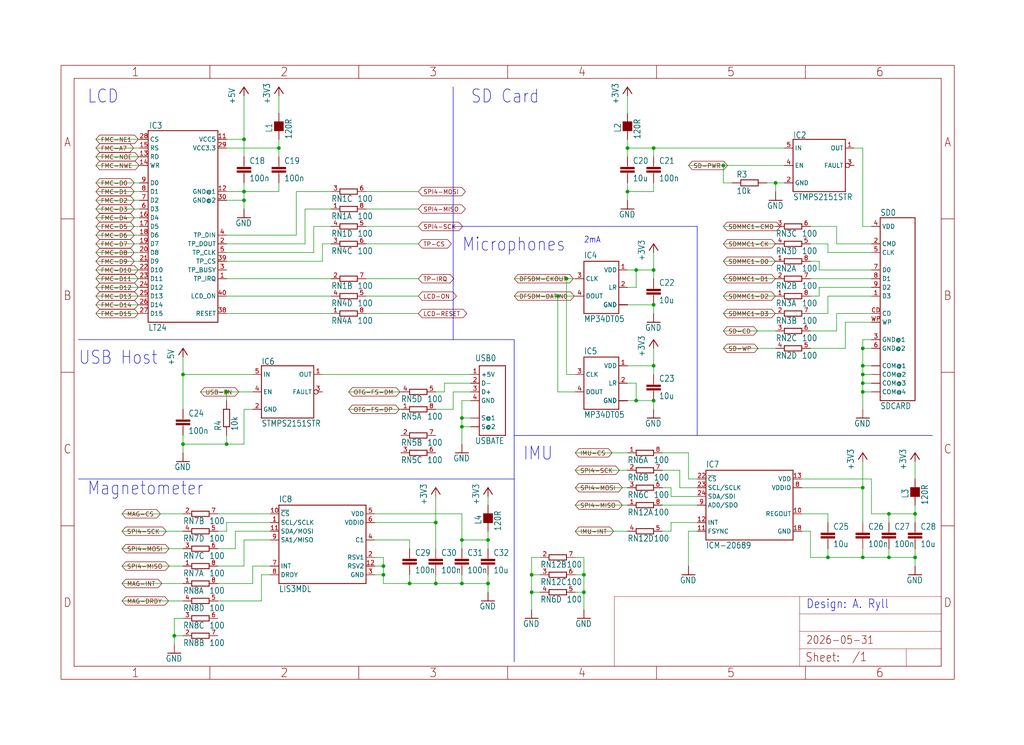
<source format=kicad_sch>
(kicad_sch (version 20231120) (generator "eeschema") (generator_version "8.0")
  (paper "User" 298.45 217.322)
  (junction (at 81.28 43.18))
  (junction (at 134.62 124.46))
  (junction (at 53.34 109.22))
  (junction (at 210.82 48.26))
  (junction (at 259.08 149.86))
  (junction (at 127 152.4))
  (junction (at 142.24 170.18))
  (junction (at 154.94 167.64))
  (junction (at 111.76 165.1))
  (junction (at 71.12 40.64))
  (junction (at 251.46 162.56))
  (junction (at 190.5 88.9))
  (junction (at 134.62 157.48))
  (junction (at 162.56 86.36))
  (junction (at 251.46 109.22))
  (junction (at 119.38 170.18))
  (junction (at 66.04 129.54))
  (junction (at 251.46 106.68))
  (junction (at 111.76 167.64))
  (junction (at 266.7 149.86))
  (junction (at 185.42 78.74))
  (junction (at 251.46 114.3))
  (junction (at 127 170.18))
  (junction (at 182.88 43.18))
  (junction (at 190.5 78.74))
  (junction (at 170.18 167.64))
  (junction (at 226.06 53.34))
  (junction (at 170.18 172.72))
  (junction (at 266.7 162.56))
  (junction (at 134.62 170.18))
  (junction (at 134.62 121.92))
  (junction (at 251.46 111.76))
  (junction (at 71.12 55.88))
  (junction (at 190.5 43.18))
  (junction (at 142.24 157.48))
  (junction (at 165.1 81.28))
  (junction (at 154.94 172.72))
  (junction (at 190.5 116.84))
  (junction (at 259.08 162.56))
  (junction (at 190.5 106.68))
  (junction (at 53.34 129.54))
  (junction (at 185.42 116.84))
  (junction (at 182.88 55.88))
  (junction (at 50.8 185.42))
  (junction (at 251.46 142.24))
  (junction (at 251.46 101.6))
  (junction (at 66.04 114.3))
  (junction (at 71.12 58.42))
  (junction (at 241.3 162.56))
  (wire (pts (xy 71.12 129.54) (xy 71.12 119.38)) (stroke (width 0.1524)))
  (wire (pts (xy 66.04 40.64) (xy 71.12 40.64)) (stroke (width 0.1524)))
  (wire (pts (xy 238.76 83.82) (xy 238.76 86.36)) (stroke (width 0.1524)))
  (wire (pts (xy 53.34 154.94) (xy 35.56 154.94)) (stroke (width 0.1524)))
  (wire (pts (xy 40.64 91.44) (xy 27.94 91.44)) (stroke (width 0.1524)))
  (wire (pts (xy 254 73.66) (xy 241.3 73.66)) (stroke (width 0.1524)))
  (wire (pts (xy 190.5 119.38) (xy 190.5 116.84)) (stroke (width 0.1524)))
  (wire (pts (xy 162.56 114.3) (xy 162.56 86.36)) (stroke (width 0.1524)))
  (wire (pts (xy 134.62 170.18) (xy 142.24 170.18)) (stroke (width 0.1524)))
  (wire (pts (xy 40.64 63.5) (xy 27.94 63.5)) (stroke (width 0.1524)))
  (wire (pts (xy 142.24 172.72) (xy 142.24 170.18)) (stroke (width 0.1524)))
  (wire (pts (xy 106.68 86.36) (xy 121.92 86.36)) (stroke (width 0.1524)))
  (wire (pts (xy 165.1 81.28) (xy 167.64 81.28)) (stroke (width 0.1524)))
  (wire (pts (xy 73.66 170.18) (xy 73.66 165.1)) (stroke (width 0.1524)))
  (wire (pts (xy 182.88 33.02) (xy 182.88 27.94)) (stroke (width 0.1524)))
  (wire (pts (xy 254 99.06) (xy 251.46 99.06)) (stroke (width 0.1524)))
  (wire (pts (xy 254 81.28) (xy 236.22 81.28)) (stroke (width 0.1524)))
  (wire (pts (xy 132.08 119.38) (xy 132.08 114.3)) (stroke (width 0.1524)))
  (wire (pts (xy 66.04 114.3) (xy 58.42 114.3)) (stroke (width 0.1524)))
  (wire (pts (xy 254 71.12) (xy 243.84 71.12)) (stroke (width 0.1524)))
  (wire (pts (xy 254 109.22) (xy 251.46 109.22)) (stroke (width 0.1524)))
  (wire (pts (xy 259.08 149.86) (xy 266.7 149.86)) (stroke (width 0.1524)))
  (wire (pts (xy 40.64 81.28) (xy 27.94 81.28)) (stroke (width 0.1524)))
  (wire (pts (xy 71.12 53.34) (xy 71.12 55.88)) (stroke (width 0.1524)))
  (wire (pts (xy 96.52 81.28) (xy 66.04 81.28)) (stroke (width 0.1524)))
  (wire (pts (xy 142.24 157.48) (xy 134.62 157.48)) (stroke (width 0.1524)))
  (wire (pts (xy 40.64 45.72) (xy 27.94 45.72)) (stroke (width 0.1524)))
  (wire (pts (xy 71.12 58.42) (xy 71.12 60.96)) (stroke (width 0.1524)))
  (polyline (pts (xy 149.86 99.06) (xy 132.08 99.06)) (stroke (width 0.1524) (type solid)))
  (wire (pts (xy 190.5 43.18) (xy 190.5 45.72)) (stroke (width 0.1524)))
  (wire (pts (xy 233.68 142.24) (xy 251.46 142.24)) (stroke (width 0.1524)))
  (wire (pts (xy 251.46 111.76) (xy 251.46 114.3)) (stroke (width 0.1524)))
  (wire (pts (xy 91.44 66.04) (xy 91.44 73.66)) (stroke (width 0.1524)))
  (wire (pts (xy 109.22 167.64) (xy 111.76 167.64)) (stroke (width 0.1524)))
  (wire (pts (xy 203.2 142.24) (xy 198.12 142.24)) (stroke (width 0.1524)))
  (wire (pts (xy 68.58 154.94) (xy 78.74 154.94)) (stroke (width 0.1524)))
  (wire (pts (xy 111.76 165.1) (xy 111.76 167.64)) (stroke (width 0.1524)))
  (wire (pts (xy 251.46 99.06) (xy 251.46 101.6)) (stroke (width 0.1524)))
  (wire (pts (xy 238.76 86.36) (xy 236.22 86.36)) (stroke (width 0.1524)))
  (wire (pts (xy 137.16 111.76) (xy 129.54 111.76)) (stroke (width 0.1524)))
  (wire (pts (xy 53.34 109.22) (xy 53.34 119.38)) (stroke (width 0.1524)))
  (wire (pts (xy 195.58 152.4) (xy 203.2 152.4)) (stroke (width 0.1524)))
  (wire (pts (xy 203.2 144.78) (xy 195.58 144.78)) (stroke (width 0.1524)))
  (wire (pts (xy 53.34 175.26) (xy 35.56 175.26)) (stroke (width 0.1524)))
  (wire (pts (xy 190.5 106.68) (xy 190.5 101.6)) (stroke (width 0.1524)))
  (wire (pts (xy 96.52 60.96) (xy 88.9 60.96)) (stroke (width 0.1524)))
  (wire (pts (xy 109.22 165.1) (xy 111.76 165.1)) (stroke (width 0.1524)))
  (wire (pts (xy 134.62 116.84) (xy 134.62 121.92)) (stroke (width 0.1524)))
  (wire (pts (xy 40.64 73.66) (xy 27.94 73.66)) (stroke (width 0.1524)))
  (wire (pts (xy 241.3 149.86) (xy 241.3 152.4)) (stroke (width 0.1524)))
  (wire (pts (xy 40.64 86.36) (xy 27.94 86.36)) (stroke (width 0.1524)))
  (wire (pts (xy 157.48 167.64) (xy 154.94 167.64)) (stroke (width 0.1524)))
  (wire (pts (xy 259.08 162.56) (xy 266.7 162.56)) (stroke (width 0.1524)))
  (wire (pts (xy 226.06 71.12) (xy 210.82 71.12)) (stroke (width 0.1524)))
  (wire (pts (xy 66.04 43.18) (xy 81.28 43.18)) (stroke (width 0.1524)))
  (wire (pts (xy 246.38 93.98) (xy 246.38 101.6)) (stroke (width 0.1524)))
  (wire (pts (xy 71.12 55.88) (xy 71.12 58.42)) (stroke (width 0.1524)))
  (wire (pts (xy 190.5 55.88) (xy 190.5 53.34)) (stroke (width 0.1524)))
  (wire (pts (xy 182.88 78.74) (xy 185.42 78.74)) (stroke (width 0.1524)))
  (wire (pts (xy 71.12 55.88) (xy 66.04 55.88)) (stroke (width 0.1524)))
  (wire (pts (xy 40.64 68.58) (xy 27.94 68.58)) (stroke (width 0.1524)))
  (wire (pts (xy 251.46 142.24) (xy 251.46 134.62)) (stroke (width 0.1524)))
  (wire (pts (xy 40.64 71.12) (xy 27.94 71.12)) (stroke (width 0.1524)))
  (wire (pts (xy 266.7 139.7) (xy 266.7 134.62)) (stroke (width 0.1524)))
  (wire (pts (xy 182.88 83.82) (xy 185.42 83.82)) (stroke (width 0.1524)))
  (wire (pts (xy 53.34 109.22) (xy 53.34 104.14)) (stroke (width 0.1524)))
  (wire (pts (xy 132.08 114.3) (xy 137.16 114.3)) (stroke (width 0.1524)))
  (wire (pts (xy 259.08 160.02) (xy 259.08 162.56)) (stroke (width 0.1524)))
  (wire (pts (xy 81.28 53.34) (xy 81.28 55.88)) (stroke (width 0.1524)))
  (wire (pts (xy 137.16 124.46) (xy 134.62 124.46)) (stroke (width 0.1524)))
  (wire (pts (xy 71.12 45.72) (xy 71.12 40.64)) (stroke (width 0.1524)))
  (polyline (pts (xy 132.08 66.04) (xy 203.2 66.04)) (stroke (width 0.1524) (type solid)))
  (wire (pts (xy 243.84 96.52) (xy 236.22 96.52)) (stroke (width 0.1524)))
  (wire (pts (xy 254 149.86) (xy 259.08 149.86)) (stroke (width 0.1524)))
  (wire (pts (xy 111.76 162.56) (xy 111.76 165.1)) (stroke (width 0.1524)))
  (wire (pts (xy 167.64 162.56) (xy 170.18 162.56)) (stroke (width 0.1524)))
  (wire (pts (xy 127 170.18) (xy 134.62 170.18)) (stroke (width 0.1524)))
  (wire (pts (xy 223.52 53.34) (xy 226.06 53.34)) (stroke (width 0.1524)))
  (wire (pts (xy 96.52 66.04) (xy 91.44 66.04)) (stroke (width 0.1524)))
  (wire (pts (xy 185.42 116.84) (xy 190.5 116.84)) (stroke (width 0.1524)))
  (wire (pts (xy 228.6 43.18) (xy 190.5 43.18)) (stroke (width 0.1524)))
  (wire (pts (xy 241.3 73.66) (xy 241.3 71.12)) (stroke (width 0.1524)))
  (wire (pts (xy 254 106.68) (xy 251.46 106.68)) (stroke (width 0.1524)))
  (wire (pts (xy 266.7 149.86) (xy 266.7 152.4)) (stroke (width 0.1524)))
  (wire (pts (xy 76.2 167.64) (xy 78.74 167.64)) (stroke (width 0.1524)))
  (wire (pts (xy 259.08 152.4) (xy 259.08 149.86)) (stroke (width 0.1524)))
  (wire (pts (xy 71.12 157.48) (xy 78.74 157.48)) (stroke (width 0.1524)))
  (wire (pts (xy 251.46 162.56) (xy 259.08 162.56)) (stroke (width 0.1524)))
  (wire (pts (xy 111.76 167.64) (xy 111.76 170.18)) (stroke (width 0.1524)))
  (wire (pts (xy 53.34 165.1) (xy 35.56 165.1)) (stroke (width 0.1524)))
  (wire (pts (xy 226.06 91.44) (xy 210.82 91.44)) (stroke (width 0.1524)))
  (wire (pts (xy 190.5 81.28) (xy 190.5 78.74)) (stroke (width 0.1524)))
  (wire (pts (xy 238.76 78.74) (xy 238.76 76.2)) (stroke (width 0.1524)))
  (wire (pts (xy 241.3 86.36) (xy 241.3 91.44)) (stroke (width 0.1524)))
  (wire (pts (xy 167.64 86.36) (xy 162.56 86.36)) (stroke (width 0.1524)))
  (wire (pts (xy 81.28 55.88) (xy 71.12 55.88)) (stroke (width 0.1524)))
  (wire (pts (xy 198.12 137.16) (xy 193.04 137.16)) (stroke (width 0.1524)))
  (wire (pts (xy 137.16 116.84) (xy 134.62 116.84)) (stroke (width 0.1524)))
  (wire (pts (xy 243.84 71.12) (xy 243.84 66.04)) (stroke (width 0.1524)))
  (wire (pts (xy 254 66.04) (xy 251.46 66.04)) (stroke (width 0.1524)))
  (wire (pts (xy 66.04 154.94) (xy 66.04 152.4)) (stroke (width 0.1524)))
  (wire (pts (xy 251.46 109.22) (xy 251.46 111.76)) (stroke (width 0.1524)))
  (wire (pts (xy 182.88 45.72) (xy 182.88 43.18)) (stroke (width 0.1524)))
  (wire (pts (xy 182.88 132.08) (xy 167.64 132.08)) (stroke (width 0.1524)))
  (wire (pts (xy 40.64 76.2) (xy 27.94 76.2)) (stroke (width 0.1524)))
  (wire (pts (xy 165.1 109.22) (xy 165.1 81.28)) (stroke (width 0.1524)))
  (wire (pts (xy 226.06 96.52) (xy 210.82 96.52)) (stroke (width 0.1524)))
  (wire (pts (xy 203.2 139.7) (xy 200.66 139.7)) (stroke (width 0.1524)))
  (wire (pts (xy 182.88 111.76) (xy 185.42 111.76)) (stroke (width 0.1524)))
  (wire (pts (xy 96.52 55.88) (xy 86.36 55.88)) (stroke (width 0.1524)))
  (wire (pts (xy 200.66 139.7) (xy 200.66 132.08)) (stroke (width 0.1524)))
  (wire (pts (xy 213.36 53.34) (xy 210.82 53.34)) (stroke (width 0.1524)))
  (wire (pts (xy 154.94 162.56) (xy 154.94 167.64)) (stroke (width 0.1524)))
  (wire (pts (xy 127 152.4) (xy 127 144.78)) (stroke (width 0.1524)))
  (wire (pts (xy 251.46 106.68) (xy 251.46 109.22)) (stroke (width 0.1524)))
  (wire (pts (xy 193.04 154.94) (xy 195.58 154.94)) (stroke (width 0.1524)))
  (wire (pts (xy 134.62 170.18) (xy 134.62 167.64)) (stroke (width 0.1524)))
  (wire (pts (xy 195.58 144.78) (xy 195.58 142.24)) (stroke (width 0.1524)))
  (wire (pts (xy 251.46 160.02) (xy 251.46 162.56)) (stroke (width 0.1524)))
  (wire (pts (xy 93.98 71.12) (xy 96.52 71.12)) (stroke (width 0.1524)))
  (wire (pts (xy 81.28 43.18) (xy 81.28 40.64)) (stroke (width 0.1524)))
  (wire (pts (xy 40.64 58.42) (xy 27.94 58.42)) (stroke (width 0.1524)))
  (wire (pts (xy 157.48 162.56) (xy 154.94 162.56)) (stroke (width 0.1524)))
  (wire (pts (xy 66.04 116.84) (xy 66.04 114.3)) (stroke (width 0.1524)))
  (wire (pts (xy 134.62 157.48) (xy 134.62 149.86)) (stroke (width 0.1524)))
  (wire (pts (xy 53.34 160.02) (xy 35.56 160.02)) (stroke (width 0.1524)))
  (wire (pts (xy 210.82 48.26) (xy 200.66 48.26)) (stroke (width 0.1524)))
  (wire (pts (xy 233.68 139.7) (xy 254 139.7)) (stroke (width 0.1524)))
  (wire (pts (xy 243.84 66.04) (xy 236.22 66.04)) (stroke (width 0.1524)))
  (polyline (pts (xy 203.2 66.04) (xy 203.2 127)) (stroke (width 0.1524) (type solid)))
  (wire (pts (xy 251.46 114.3) (xy 251.46 119.38)) (stroke (width 0.1524)))
  (wire (pts (xy 203.2 147.32) (xy 193.04 147.32)) (stroke (width 0.1524)))
  (wire (pts (xy 167.64 109.22) (xy 165.1 109.22)) (stroke (width 0.1524)))
  (polyline (pts (xy 132.08 99.06) (xy 132.08 25.4)) (stroke (width 0.1524) (type solid)))
  (wire (pts (xy 165.1 81.28) (xy 149.86 81.28)) (stroke (width 0.1524)))
  (wire (pts (xy 182.88 147.32) (xy 167.64 147.32)) (stroke (width 0.1524)))
  (wire (pts (xy 63.5 160.02) (xy 68.58 160.02)) (stroke (width 0.1524)))
  (wire (pts (xy 170.18 172.72) (xy 170.18 177.8)) (stroke (width 0.1524)))
  (wire (pts (xy 50.8 180.34) (xy 50.8 185.42)) (stroke (width 0.1524)))
  (wire (pts (xy 210.82 53.34) (xy 210.82 48.26)) (stroke (width 0.1524)))
  (wire (pts (xy 81.28 43.18) (xy 81.28 45.72)) (stroke (width 0.1524)))
  (polyline (pts (xy 149.86 193.04) (xy 149.86 127)) (stroke (width 0.1524) (type solid)))
  (wire (pts (xy 254 114.3) (xy 251.46 114.3)) (stroke (width 0.1524)))
  (wire (pts (xy 142.24 157.48) (xy 142.24 154.94)) (stroke (width 0.1524)))
  (wire (pts (xy 241.3 162.56) (xy 251.46 162.56)) (stroke (width 0.1524)))
  (wire (pts (xy 81.28 33.02) (xy 81.28 27.94)) (stroke (width 0.1524)))
  (wire (pts (xy 185.42 78.74) (xy 190.5 78.74)) (stroke (width 0.1524)))
  (wire (pts (xy 50.8 185.42) (xy 50.8 187.96)) (stroke (width 0.1524)))
  (wire (pts (xy 109.22 162.56) (xy 111.76 162.56)) (stroke (width 0.1524)))
  (wire (pts (xy 254 91.44) (xy 243.84 91.44)) (stroke (width 0.1524)))
  (wire (pts (xy 106.68 66.04) (xy 121.92 66.04)) (stroke (width 0.1524)))
  (wire (pts (xy 251.46 101.6) (xy 251.46 106.68)) (stroke (width 0.1524)))
  (wire (pts (xy 40.64 53.34) (xy 27.94 53.34)) (stroke (width 0.1524)))
  (wire (pts (xy 127 170.18) (xy 127 167.64)) (stroke (width 0.1524)))
  (wire (pts (xy 134.62 160.02) (xy 134.62 157.48)) (stroke (width 0.1524)))
  (wire (pts (xy 182.88 88.9) (xy 190.5 88.9)) (stroke (width 0.1524)))
  (wire (pts (xy 66.04 129.54) (xy 66.04 127)) (stroke (width 0.1524)))
  (wire (pts (xy 182.88 43.18) (xy 190.5 43.18)) (stroke (width 0.1524)))
  (wire (pts (xy 167.64 167.64) (xy 170.18 167.64)) (stroke (width 0.1524)))
  (polyline (pts (xy 132.08 99.06) (xy 22.86 99.06)) (stroke (width 0.1524) (type solid)))
  (wire (pts (xy 116.84 119.38) (xy 101.6 119.38)) (stroke (width 0.1524)))
  (wire (pts (xy 182.88 137.16) (xy 167.64 137.16)) (stroke (width 0.1524)))
  (wire (pts (xy 106.68 60.96) (xy 121.92 60.96)) (stroke (width 0.1524)))
  (wire (pts (xy 182.88 58.42) (xy 182.88 55.88)) (stroke (width 0.1524)))
  (wire (pts (xy 66.04 71.12) (xy 88.9 71.12)) (stroke (width 0.1524)))
  (wire (pts (xy 266.7 149.86) (xy 266.7 147.32)) (stroke (width 0.1524)))
  (wire (pts (xy 66.04 76.2) (xy 93.98 76.2)) (stroke (width 0.1524)))
  (wire (pts (xy 119.38 167.64) (xy 119.38 170.18)) (stroke (width 0.1524)))
  (wire (pts (xy 142.24 170.18) (xy 142.24 167.64)) (stroke (width 0.1524)))
  (wire (pts (xy 119.38 157.48) (xy 109.22 157.48)) (stroke (width 0.1524)))
  (wire (pts (xy 182.88 106.68) (xy 190.5 106.68)) (stroke (width 0.1524)))
  (wire (pts (xy 86.36 68.58) (xy 66.04 68.58)) (stroke (width 0.1524)))
  (wire (pts (xy 170.18 162.56) (xy 170.18 167.64)) (stroke (width 0.1524)))
  (wire (pts (xy 109.22 149.86) (xy 134.62 149.86)) (stroke (width 0.1524)))
  (wire (pts (xy 182.88 55.88) (xy 190.5 55.88)) (stroke (width 0.1524)))
  (polyline (pts (xy 22.86 139.7) (xy 149.86 139.7)) (stroke (width 0.1524) (type solid)))
  (wire (pts (xy 238.76 76.2) (xy 236.22 76.2)) (stroke (width 0.1524)))
  (wire (pts (xy 40.64 55.88) (xy 27.94 55.88)) (stroke (width 0.1524)))
  (wire (pts (xy 182.88 116.84) (xy 185.42 116.84)) (stroke (width 0.1524)))
  (wire (pts (xy 233.68 154.94) (xy 236.22 154.94)) (stroke (width 0.1524)))
  (wire (pts (xy 254 139.7) (xy 254 149.86)) (stroke (width 0.1524)))
  (wire (pts (xy 129.54 114.3) (xy 127 114.3)) (stroke (width 0.1524)))
  (wire (pts (xy 68.58 160.02) (xy 68.58 154.94)) (stroke (width 0.1524)))
  (wire (pts (xy 251.46 43.18) (xy 248.92 43.18)) (stroke (width 0.1524)))
  (wire (pts (xy 195.58 154.94) (xy 195.58 152.4)) (stroke (width 0.1524)))
  (wire (pts (xy 53.34 149.86) (xy 35.56 149.86)) (stroke (width 0.1524)))
  (wire (pts (xy 200.66 154.94) (xy 200.66 165.1)) (stroke (width 0.1524)))
  (wire (pts (xy 53.34 129.54) (xy 66.04 129.54)) (stroke (width 0.1524)))
  (wire (pts (xy 106.68 81.28) (xy 121.92 81.28)) (stroke (width 0.1524)))
  (wire (pts (xy 40.64 83.82) (xy 27.94 83.82)) (stroke (width 0.1524)))
  (wire (pts (xy 116.84 114.3) (xy 101.6 114.3)) (stroke (width 0.1524)))
  (wire (pts (xy 241.3 160.02) (xy 241.3 162.56)) (stroke (width 0.1524)))
  (wire (pts (xy 106.68 55.88) (xy 121.92 55.88)) (stroke (width 0.1524)))
  (wire (pts (xy 40.64 43.18) (xy 27.94 43.18)) (stroke (width 0.1524)))
  (wire (pts (xy 154.94 172.72) (xy 154.94 177.8)) (stroke (width 0.1524)))
  (wire (pts (xy 40.64 60.96) (xy 27.94 60.96)) (stroke (width 0.1524)))
  (wire (pts (xy 241.3 91.44) (xy 236.22 91.44)) (stroke (width 0.1524)))
  (wire (pts (xy 254 111.76) (xy 251.46 111.76)) (stroke (width 0.1524)))
  (wire (pts (xy 66.04 58.42) (xy 71.12 58.42)) (stroke (width 0.1524)))
  (wire (pts (xy 246.38 101.6) (xy 236.22 101.6)) (stroke (width 0.1524)))
  (wire (pts (xy 119.38 170.18) (xy 127 170.18)) (stroke (width 0.1524)))
  (wire (pts (xy 233.68 149.86) (xy 241.3 149.86)) (stroke (width 0.1524)))
  (wire (pts (xy 185.42 111.76) (xy 185.42 116.84)) (stroke (width 0.1524)))
  (wire (pts (xy 266.7 162.56) (xy 266.7 160.02)) (stroke (width 0.1524)))
  (wire (pts (xy 63.5 170.18) (xy 73.66 170.18)) (stroke (width 0.1524)))
  (wire (pts (xy 190.5 106.68) (xy 190.5 109.22)) (stroke (width 0.1524)))
  (wire (pts (xy 53.34 185.42) (xy 50.8 185.42)) (stroke (width 0.1524)))
  (wire (pts (xy 266.7 165.1) (xy 266.7 162.56)) (stroke (width 0.1524)))
  (wire (pts (xy 53.34 170.18) (xy 35.56 170.18)) (stroke (width 0.1524)))
  (wire (pts (xy 200.66 132.08) (xy 193.04 132.08)) (stroke (width 0.1524)))
  (wire (pts (xy 119.38 160.02) (xy 119.38 157.48)) (stroke (width 0.1524)))
  (wire (pts (xy 71.12 119.38) (xy 73.66 119.38)) (stroke (width 0.1524)))
  (wire (pts (xy 162.56 86.36) (xy 149.86 86.36)) (stroke (width 0.1524)))
  (wire (pts (xy 88.9 60.96) (xy 88.9 71.12)) (stroke (width 0.1524)))
  (wire (pts (xy 236.22 154.94) (xy 236.22 162.56)) (stroke (width 0.1524)))
  (wire (pts (xy 167.64 114.3) (xy 162.56 114.3)) (stroke (width 0.1524)))
  (wire (pts (xy 226.06 53.34) (xy 228.6 53.34)) (stroke (width 0.1524)))
  (wire (pts (xy 243.84 91.44) (xy 243.84 96.52)) (stroke (width 0.1524)))
  (wire (pts (xy 226.06 101.6) (xy 210.82 101.6)) (stroke (width 0.1524)))
  (wire (pts (xy 66.04 86.36) (xy 96.52 86.36)) (stroke (width 0.1524)))
  (wire (pts (xy 127 119.38) (xy 132.08 119.38)) (stroke (width 0.1524)))
  (wire (pts (xy 66.04 129.54) (xy 71.12 129.54)) (stroke (width 0.1524)))
  (wire (pts (xy 182.88 142.24) (xy 167.64 142.24)) (stroke (width 0.1524)))
  (wire (pts (xy 190.5 91.44) (xy 190.5 88.9)) (stroke (width 0.1524)))
  (wire (pts (xy 66.04 152.4) (xy 78.74 152.4)) (stroke (width 0.1524)))
  (wire (pts (xy 203.2 154.94) (xy 200.66 154.94)) (stroke (width 0.1524)))
  (wire (pts (xy 93.98 76.2) (xy 93.98 71.12)) (stroke (width 0.1524)))
  (wire (pts (xy 251.46 142.24) (xy 251.46 152.4)) (stroke (width 0.1524)))
  (wire (pts (xy 254 93.98) (xy 246.38 93.98)) (stroke (width 0.1524)))
  (wire (pts (xy 195.58 142.24) (xy 193.04 142.24)) (stroke (width 0.1524)))
  (wire (pts (xy 142.24 147.32) (xy 142.24 144.78)) (stroke (width 0.1524)))
  (wire (pts (xy 91.44 73.66) (xy 66.04 73.66)) (stroke (width 0.1524)))
  (wire (pts (xy 182.88 43.18) (xy 182.88 40.64)) (stroke (width 0.1524)))
  (wire (pts (xy 40.64 66.04) (xy 27.94 66.04)) (stroke (width 0.1524)))
  (wire (pts (xy 226.06 81.28) (xy 210.82 81.28)) (stroke (width 0.1524)))
  (wire (pts (xy 63.5 165.1) (xy 71.12 165.1)) (stroke (width 0.1524)))
  (wire (pts (xy 137.16 121.92) (xy 134.62 121.92)) (stroke (width 0.1524)))
  (wire (pts (xy 226.06 66.04) (xy 210.82 66.04)) (stroke (width 0.1524)))
  (wire (pts (xy 254 78.74) (xy 238.76 78.74)) (stroke (width 0.1524)))
  (wire (pts (xy 154.94 167.64) (xy 154.94 172.72)) (stroke (width 0.1524)))
  (wire (pts (xy 106.68 71.12) (xy 121.92 71.12)) (stroke (width 0.1524)))
  (wire (pts (xy 76.2 175.26) (xy 76.2 167.64)) (stroke (width 0.1524)))
  (polyline (pts (xy 149.86 127) (xy 203.2 127)) (stroke (width 0.1524) (type solid)))
  (wire (pts (xy 127 152.4) (xy 127 160.02)) (stroke (width 0.1524)))
  (wire (pts (xy 251.46 66.04) (xy 251.46 43.18)) (stroke (width 0.1524)))
  (wire (pts (xy 71.12 40.64) (xy 71.12 27.94)) (stroke (width 0.1524)))
  (wire (pts (xy 78.74 149.86) (xy 63.5 149.86)) (stroke (width 0.1524)))
  (wire (pts (xy 63.5 154.94) (xy 66.04 154.94)) (stroke (width 0.1524)))
  (polyline (pts (xy 203.2 127) (xy 271.78 127)) (stroke (width 0.1524) (type solid)))
  (wire (pts (xy 137.16 109.22) (xy 93.98 109.22)) (stroke (width 0.1524)))
  (wire (pts (xy 157.48 172.72) (xy 154.94 172.72)) (stroke (width 0.1524)))
  (wire (pts (xy 182.88 154.94) (xy 167.64 154.94)) (stroke (width 0.1524)))
  (wire (pts (xy 182.88 55.88) (xy 182.88 53.34)) (stroke (width 0.1524)))
  (wire (pts (xy 96.52 91.44) (xy 66.04 91.44)) (stroke (width 0.1524)))
  (wire (pts (xy 254 101.6) (xy 251.46 101.6)) (stroke (width 0.1524)))
  (wire (pts (xy 71.12 165.1) (xy 71.12 157.48)) (stroke (width 0.1524)))
  (wire (pts (xy 167.64 172.72) (xy 170.18 172.72)) (stroke (width 0.1524)))
  (wire (pts (xy 40.64 88.9) (xy 27.94 88.9)) (stroke (width 0.1524)))
  (wire (pts (xy 228.6 48.26) (xy 210.82 48.26)) (stroke (width 0.1524)))
  (wire (pts (xy 86.36 55.88) (xy 86.36 68.58)) (stroke (width 0.1524)))
  (wire (pts (xy 40.64 48.26) (xy 27.94 48.26)) (stroke (width 0.1524)))
  (wire (pts (xy 109.22 152.4) (xy 127 152.4)) (stroke (width 0.1524)))
  (wire (pts (xy 40.64 40.64) (xy 27.94 40.64)) (stroke (width 0.1524)))
  (wire (pts (xy 73.66 165.1) (xy 78.74 165.1)) (stroke (width 0.1524)))
  (wire (pts (xy 236.22 162.56) (xy 241.3 162.56)) (stroke (width 0.1524)))
  (wire (pts (xy 134.62 124.46) (xy 134.62 129.54)) (stroke (width 0.1524)))
  (wire (pts (xy 73.66 114.3) (xy 66.04 114.3)) (stroke (width 0.1524)))
  (wire (pts (xy 241.3 71.12) (xy 236.22 71.12)) (stroke (width 0.1524)))
  (wire (pts (xy 53.34 129.54) (xy 53.34 127)) (stroke (width 0.1524)))
  (wire (pts (xy 111.76 170.18) (xy 119.38 170.18)) (stroke (width 0.1524)))
  (wire (pts (xy 185.42 83.82) (xy 185.42 78.74)) (stroke (width 0.1524)))
  (polyline (pts (xy 149.86 127) (xy 149.86 99.06)) (stroke (width 0.1524) (type solid)))
  (wire (pts (xy 129.54 111.76) (xy 129.54 114.3)) (stroke (width 0.1524)))
  (wire (pts (xy 73.66 109.22) (xy 53.34 109.22)) (stroke (width 0.1524)))
  (wire (pts (xy 254 86.36) (xy 241.3 86.36)) (stroke (width 0.1524)))
  (wire (pts (xy 226.06 55.88) (xy 226.06 53.34)) (stroke (width 0.1524)))
  (wire (pts (xy 226.06 76.2) (xy 210.82 76.2)) (stroke (width 0.1524)))
  (wire (pts (xy 53.34 180.34) (xy 50.8 180.34)) (stroke (width 0.1524)))
  (wire (pts (xy 63.5 175.26) (xy 76.2 175.26)) (stroke (width 0.1524)))
  (wire (pts (xy 142.24 160.02) (xy 142.24 157.48)) (stroke (width 0.1524)))
  (wire (pts (xy 53.34 132.08) (xy 53.34 129.54)) (stroke (width 0.1524)))
  (wire (pts (xy 198.12 142.24) (xy 198.12 137.16)) (stroke (width 0.1524)))
  (wire (pts (xy 226.06 86.36) (xy 210.82 86.36)) (stroke (width 0.1524)))
  (wire (pts (xy 254 83.82) (xy 238.76 83.82)) (stroke (width 0.1524)))
  (wire (pts (xy 134.62 121.92) (xy 134.62 124.46)) (stroke (width 0.1524)))
  (wire (pts (xy 106.68 91.44) (xy 121.92 91.44)) (stroke (width 0.1524)))
  (wire (pts (xy 190.5 78.74) (xy 190.5 73.66)) (stroke (width 0.1524)))
  (wire (pts (xy 170.18 167.64) (xy 170.18 172.72)) (stroke (width 0.1524)))
  (wire (pts (xy 40.64 78.74) (xy 27.94 78.74)) (stroke (width 0.1524)))
  (text "2mA" (at 170.18 71.12 0) (effects (font (size 1.778 1.5113)) (justify left bottom)))
  (text "IMU" (at 152.4 134.62 0) (effects (font (size 3.81 3.2385)) (justify left bottom)))
  (text "Design: A. Ryll" (at 234.95 177.8 0) (effects (font (size 2.54 2.159)) (justify left bottom)))
  (text "USB Host" (at 22.86 106.68 0) (effects (font (size 3.81 3.2385)) (justify left bottom)))
  (text "SD Card" (at 137.16 30.48 0) (effects (font (size 3.81 3.2385)) (justify left bottom)))
  (text "Magnetometer" (at 25.4 144.78 0) (effects (font (size 3.81 3.2385)) (justify left bottom)))
  (text "Microphones" (at 134.62 73.66 0) (effects (font (size 3.81 3.2385)) (justify left bottom)))
  (text "LCD" (at 25.4 30.48 0) (effects (font (size 3.81 3.2385)) (justify left bottom)))
  (global_label "FMC-D13" (shape bidirectional) (at 27.94 86.36 0) (effects (font (size 1.2446 1.2446))) (property "Intersheetrefs" "${INTERSHEET_REFS}" (effects (hide yes))))
  (global_label "DFSDM-DATIN0" (shape bidirectional) (at 149.86 86.36 0) (effects (font (size 1.2446 1.2446))) (property "Intersheetrefs" "${INTERSHEET_REFS}" (effects (hide yes))))
  (global_label "SPI4-MOSI" (shape bidirectional) (at 121.92 55.88 0) (effects (font (size 1.2446 1.2446))) (property "Intersheetrefs" "${INTERSHEET_REFS}" (effects (hide yes))))
  (global_label "OTG-FS-DP" (shape bidirectional) (at 101.6 119.38 0) (effects (font (size 1.2446 1.2446))) (property "Intersheetrefs" "${INTERSHEET_REFS}" (effects (hide yes))))
  (global_label "SPI4-SCK" (shape bidirectional) (at 35.56 154.94 0) (effects (font (size 1.2446 1.2446))) (property "Intersheetrefs" "${INTERSHEET_REFS}" (effects (hide yes))))
  (global_label "LCD-ON" (shape bidirectional) (at 121.92 86.36 0) (effects (font (size 1.2446 1.2446))) (property "Intersheetrefs" "${INTERSHEET_REFS}" (effects (hide yes))))
  (global_label "LCD-RESET" (shape bidirectional) (at 121.92 91.44 0) (effects (font (size 1.2446 1.2446))) (property "Intersheetrefs" "${INTERSHEET_REFS}" (effects (hide yes))))
  (global_label "MAG-INT" (shape bidirectional) (at 35.56 170.18 0) (effects (font (size 1.2446 1.2446))) (property "Intersheetrefs" "${INTERSHEET_REFS}" (effects (hide yes))))
  (global_label "FMC-NWE" (shape bidirectional) (at 27.94 48.26 0) (effects (font (size 1.2446 1.2446))) (property "Intersheetrefs" "${INTERSHEET_REFS}" (effects (hide yes))))
  (global_label "MAG-DRDY" (shape bidirectional) (at 35.56 175.26 0) (effects (font (size 1.2446 1.2446))) (property "Intersheetrefs" "${INTERSHEET_REFS}" (effects (hide yes))))
  (global_label "FMC-D5" (shape bidirectional) (at 27.94 66.04 0) (effects (font (size 1.2446 1.2446))) (property "Intersheetrefs" "${INTERSHEET_REFS}" (effects (hide yes))))
  (global_label "FMC-D10" (shape bidirectional) (at 27.94 78.74 0) (effects (font (size 1.2446 1.2446))) (property "Intersheetrefs" "${INTERSHEET_REFS}" (effects (hide yes))))
  (global_label "SPI4-MISO" (shape bidirectional) (at 35.56 165.1 0) (effects (font (size 1.2446 1.2446))) (property "Intersheetrefs" "${INTERSHEET_REFS}" (effects (hide yes))))
  (global_label "TP-CS" (shape bidirectional) (at 121.92 71.12 0) (effects (font (size 1.2446 1.2446))) (property "Intersheetrefs" "${INTERSHEET_REFS}" (effects (hide yes))))
  (global_label "FMC-D12" (shape bidirectional) (at 27.94 83.82 0) (effects (font (size 1.2446 1.2446))) (property "Intersheetrefs" "${INTERSHEET_REFS}" (effects (hide yes))))
  (global_label "SPI4-MOSI" (shape bidirectional) (at 167.64 142.24 0) (effects (font (size 1.2446 1.2446))) (property "Intersheetrefs" "${INTERSHEET_REFS}" (effects (hide yes))))
  (global_label "SPI4-MISO" (shape bidirectional) (at 121.92 60.96 0) (effects (font (size 1.2446 1.2446))) (property "Intersheetrefs" "${INTERSHEET_REFS}" (effects (hide yes))))
  (global_label "FMC-D0" (shape bidirectional) (at 27.94 53.34 0) (effects (font (size 1.2446 1.2446))) (property "Intersheetrefs" "${INTERSHEET_REFS}" (effects (hide yes))))
  (global_label "SD-PWR" (shape bidirectional) (at 200.66 48.26 0) (effects (font (size 1.2446 1.2446))) (property "Intersheetrefs" "${INTERSHEET_REFS}" (effects (hide yes))))
  (global_label "FMC-D2" (shape bidirectional) (at 27.94 58.42 0) (effects (font (size 1.2446 1.2446))) (property "Intersheetrefs" "${INTERSHEET_REFS}" (effects (hide yes))))
  (global_label "FMC-D1" (shape bidirectional) (at 27.94 55.88 0) (effects (font (size 1.2446 1.2446))) (property "Intersheetrefs" "${INTERSHEET_REFS}" (effects (hide yes))))
  (global_label "OTG-FS-DM" (shape bidirectional) (at 101.6 114.3 0) (effects (font (size 1.2446 1.2446))) (property "Intersheetrefs" "${INTERSHEET_REFS}" (effects (hide yes))))
  (global_label "FMC-D4" (shape bidirectional) (at 27.94 63.5 0) (effects (font (size 1.2446 1.2446))) (property "Intersheetrefs" "${INTERSHEET_REFS}" (effects (hide yes))))
  (global_label "SD-CD" (shape bidirectional) (at 210.82 96.52 0) (effects (font (size 1.2446 1.2446))) (property "Intersheetrefs" "${INTERSHEET_REFS}" (effects (hide yes))))
  (global_label "SDMMC1-D1" (shape bidirectional) (at 210.82 81.28 0) (effects (font (size 1.2446 1.2446))) (property "Intersheetrefs" "${INTERSHEET_REFS}" (effects (hide yes))))
  (global_label "SDMMC1-D2" (shape bidirectional) (at 210.82 86.36 0) (effects (font (size 1.2446 1.2446))) (property "Intersheetrefs" "${INTERSHEET_REFS}" (effects (hide yes))))
  (global_label "FMC-D14" (shape bidirectional) (at 27.94 88.9 0) (effects (font (size 1.2446 1.2446))) (property "Intersheetrefs" "${INTERSHEET_REFS}" (effects (hide yes))))
  (global_label "USB-EN" (shape bidirectional) (at 58.42 114.3 0) (effects (font (size 1.2446 1.2446))) (property "Intersheetrefs" "${INTERSHEET_REFS}" (effects (hide yes))))
  (global_label "IMU-CS" (shape bidirectional) (at 167.64 132.08 0) (effects (font (size 1.2446 1.2446))) (property "Intersheetrefs" "${INTERSHEET_REFS}" (effects (hide yes))))
  (global_label "FMC-D6" (shape bidirectional) (at 27.94 68.58 0) (effects (font (size 1.2446 1.2446))) (property "Intersheetrefs" "${INTERSHEET_REFS}" (effects (hide yes))))
  (global_label "FMC-NE1" (shape bidirectional) (at 27.94 40.64 0) (effects (font (size 1.2446 1.2446))) (property "Intersheetrefs" "${INTERSHEET_REFS}" (effects (hide yes))))
  (global_label "FMC-D8" (shape bidirectional) (at 27.94 73.66 0) (effects (font (size 1.2446 1.2446))) (property "Intersheetrefs" "${INTERSHEET_REFS}" (effects (hide yes))))
  (global_label "SDMMC1-D0" (shape bidirectional) (at 210.82 76.2 0) (effects (font (size 1.2446 1.2446))) (property "Intersheetrefs" "${INTERSHEET_REFS}" (effects (hide yes))))
  (global_label "TP-IRQ" (shape bidirectional) (at 121.92 81.28 0) (effects (font (size 1.2446 1.2446))) (property "Intersheetrefs" "${INTERSHEET_REFS}" (effects (hide yes))))
  (global_label "FMC-D7" (shape bidirectional) (at 27.94 71.12 0) (effects (font (size 1.2446 1.2446))) (property "Intersheetrefs" "${INTERSHEET_REFS}" (effects (hide yes))))
  (global_label "SPI4-SCK" (shape bidirectional) (at 121.92 66.04 0) (effects (font (size 1.2446 1.2446))) (property "Intersheetrefs" "${INTERSHEET_REFS}" (effects (hide yes))))
  (global_label "DFSDM-CKOUT" (shape bidirectional) (at 149.86 81.28 0) (effects (font (size 1.2446 1.2446))) (property "Intersheetrefs" "${INTERSHEET_REFS}" (effects (hide yes))))
  (global_label "SPI4-MISO" (shape bidirectional) (at 167.64 147.32 0) (effects (font (size 1.2446 1.2446))) (property "Intersheetrefs" "${INTERSHEET_REFS}" (effects (hide yes))))
  (global_label "FMC-D11" (shape bidirectional) (at 27.94 81.28 0) (effects (font (size 1.2446 1.2446))) (property "Intersheetrefs" "${INTERSHEET_REFS}" (effects (hide yes))))
  (global_label "FMC-D3" (shape bidirectional) (at 27.94 60.96 0) (effects (font (size 1.2446 1.2446))) (property "Intersheetrefs" "${INTERSHEET_REFS}" (effects (hide yes))))
  (global_label "SDMMC1-CMD" (shape bidirectional) (at 210.82 66.04 0) (effects (font (size 1.2446 1.2446))) (property "Intersheetrefs" "${INTERSHEET_REFS}" (effects (hide yes))))
  (global_label "MAG-CS" (shape bidirectional) (at 35.56 149.86 0) (effects (font (size 1.2446 1.2446))) (property "Intersheetrefs" "${INTERSHEET_REFS}" (effects (hide yes))))
  (global_label "FMC-D9" (shape bidirectional) (at 27.94 76.2 0) (effects (font (size 1.2446 1.2446))) (property "Intersheetrefs" "${INTERSHEET_REFS}" (effects (hide yes))))
  (global_label "SDMMC1-D3" (shape bidirectional) (at 210.82 91.44 0) (effects (font (size 1.2446 1.2446))) (property "Intersheetrefs" "${INTERSHEET_REFS}" (effects (hide yes))))
  (global_label "SPI4-SCK" (shape bidirectional) (at 167.64 137.16 0) (effects (font (size 1.2446 1.2446))) (property "Intersheetrefs" "${INTERSHEET_REFS}" (effects (hide yes))))
  (global_label "FMC-NOE" (shape bidirectional) (at 27.94 45.72 0) (effects (font (size 1.2446 1.2446))) (property "Intersheetrefs" "${INTERSHEET_REFS}" (effects (hide yes))))
  (global_label "IMU-INT" (shape bidirectional) (at 167.64 154.94 0) (effects (font (size 1.2446 1.2446))) (property "Intersheetrefs" "${INTERSHEET_REFS}" (effects (hide yes))))
  (global_label "SPI4-MOSI" (shape bidirectional) (at 35.56 160.02 0) (effects (font (size 1.2446 1.2446))) (property "Intersheetrefs" "${INTERSHEET_REFS}" (effects (hide yes))))
  (global_label "SDMMC1-CK" (shape bidirectional) (at 210.82 71.12 0) (effects (font (size 1.2446 1.2446))) (property "Intersheetrefs" "${INTERSHEET_REFS}" (effects (hide yes))))
  (global_label "FMC-A7" (shape bidirectional) (at 27.94 43.18 0) (effects (font (size 1.2446 1.2446))) (property "Intersheetrefs" "${INTERSHEET_REFS}" (effects (hide yes))))
  (global_label "SD-WP" (shape bidirectional) (at 210.82 101.6 0) (effects (font (size 1.2446 1.2446))) (property "Intersheetrefs" "${INTERSHEET_REFS}" (effects (hide yes))))
  (global_label "FMC-D15" (shape bidirectional) (at 27.94 91.44 0) (effects (font (size 1.2446 1.2446))) (property "Intersheetrefs" "${INTERSHEET_REFS}" (effects (hide yes))))
  (symbol (lib_id "Mainboard v13-eagle-import:4R-NEXB28V") (at 231.14 86.36 0) (unit 1)
    (property "Reference" "RN3" (at 226.06 89.408 0) (effects (font (size 1.778 1.5113)) (justify left bottom)))
    (property "Value" "100" (at 233.68 89.408 0) (effects (font (size 1.778 1.5113)) (justify left bottom)))
    (property "Footprint" "Mainboard v13:EXB28V" (effects (hide yes)))
  )
  (symbol (lib_id "Mainboard v13-eagle-import:4R-NEXB28V") (at 58.42 149.86 0) (unit 2)
    (property "Reference" "RN7" (at 53.34 152.908 0) (effects (font (size 1.778 1.5113)) (justify left bottom)))
    (property "Value" "100" (at 60.96 152.908 0) (effects (font (size 1.778 1.5113)) (justify left bottom)))
    (property "Footprint" "Mainboard v13:EXB28V" (effects (hide yes)))
  )
  (symbol (lib_id "Mainboard v13-eagle-import:4R-NEXB28V") (at 231.14 66.04 0) (unit 3)
    (property "Reference" "RN3" (at 226.06 69.088 0) (effects (font (size 1.778 1.5113)) (justify left bottom)))
    (property "Value" "100" (at 233.68 69.088 0) (effects (font (size 1.778 1.5113)) (justify left bottom)))
    (property "Footprint" "Mainboard v13:EXB28V" (effects (hide yes)))
  )
  (symbol (lib_id "Mainboard v13-eagle-import:C-EUC0603") (at 119.38 162.56 0) (unit 1)
    (property "Reference" "C29" (at 120.904 162.179 0) (effects (font (size 1.778 1.5113)) (justify left bottom)))
    (property "Value" "100n" (at 120.904 167.259 0) (effects (font (size 1.778 1.5113)) (justify left bottom)))
    (property "Footprint" "Mainboard v13:C0603" (effects (hide yes)))
  )
  (symbol (lib_id "Mainboard v13-eagle-import:+3V3") (at 266.7 132.08 0) (unit 1)
    (property "Reference" "#+3V313" (effects (hide yes)))
    (property "Value" "+3V3" (at 264.16 137.16 90) (effects (font (size 1.778 1.5113)) (justify left bottom)))
  )
  (symbol (lib_id "Mainboard v13-eagle-import:+3V3") (at 190.5 99.06 0) (unit 1)
    (property "Reference" "#+3V311" (effects (hide yes)))
    (property "Value" "+3V3" (at 187.96 104.14 90) (effects (font (size 1.778 1.5113)) (justify left bottom)))
  )
  (symbol (lib_id "Mainboard v13-eagle-import:GND") (at 182.88 60.96 0) (unit 1)
    (property "Reference" "#GND7" (effects (hide yes)))
    (property "Value" "GND" (at 180.34 63.5 0) (effects (font (size 1.778 1.5113)) (justify left bottom)))
  )
  (symbol (lib_id "Mainboard v13-eagle-import:4R-NEXB28V") (at 162.56 162.56 0) (unit 2)
    (property "Reference" "RN12" (at 157.48 165.608 0) (effects (font (size 1.778 1.5113)) (justify left bottom)))
    (property "Value" "100" (at 165.1 165.608 0) (effects (font (size 1.778 1.5113)) (justify left bottom)))
    (property "Footprint" "Mainboard v13:EXB28V" (effects (hide yes)))
  )
  (symbol (lib_id "Mainboard v13-eagle-import:4R-NEXB28V") (at 162.56 172.72 0) (unit 4)
    (property "Reference" "RN6" (at 157.48 175.768 0) (effects (font (size 1.778 1.5113)) (justify left bottom)))
    (property "Value" "100" (at 165.1 175.768 0) (effects (font (size 1.778 1.5113)) (justify left bottom)))
    (property "Footprint" "Mainboard v13:EXB28V" (effects (hide yes)))
  )
  (symbol (lib_id "Mainboard v13-eagle-import:4R-NEXB28V") (at 187.96 142.24 0) (unit 3)
    (property "Reference" "RN6" (at 182.88 145.288 0) (effects (font (size 1.778 1.5113)) (justify left bottom)))
    (property "Value" "100" (at 190.5 145.288 0) (effects (font (size 1.778 1.5113)) (justify left bottom)))
    (property "Footprint" "Mainboard v13:EXB28V" (effects (hide yes)))
  )
  (symbol (lib_id "Mainboard v13-eagle-import:4R-NEXB28V") (at 187.96 137.16 0) (unit 2)
    (property "Reference" "RN6" (at 182.88 140.208 0) (effects (font (size 1.778 1.5113)) (justify left bottom)))
    (property "Value" "100" (at 190.5 140.208 0) (effects (font (size 1.778 1.5113)) (justify left bottom)))
    (property "Footprint" "Mainboard v13:EXB28V" (effects (hide yes)))
  )
  (symbol (lib_id "Mainboard v13-eagle-import:+3V3") (at 182.88 25.4 0) (unit 1)
    (property "Reference" "#+3V39" (effects (hide yes)))
    (property "Value" "+3V3" (at 180.34 30.48 90) (effects (font (size 1.778 1.5113)) (justify left bottom)))
  )
  (symbol (lib_id "Mainboard v13-eagle-import:GND") (at 142.24 175.26 0) (unit 1)
    (property "Reference" "#GND16" (effects (hide yes)))
    (property "Value" "GND" (at 139.7 177.8 0) (effects (font (size 1.778 1.5113)) (justify left bottom)))
  )
  (symbol (lib_id "Mainboard v13-eagle-import:FB_0603") (at 266.7 144.78 90) (unit 1)
    (property "Reference" "L3" (at 264.795 145.415 0) (effects (font (size 1.778 1.5113)) (justify left bottom)))
    (property "Value" "120R" (at 270.51 147.32 0) (effects (font (size 1.778 1.5113)) (justify left bottom)))
    (property "Footprint" "Mainboard v13:L0603" (effects (hide yes)))
  )
  (symbol (lib_id "Mainboard v13-eagle-import:+5V") (at 53.34 101.6 0) (unit 1)
    (property "Reference" "#P+2" (effects (hide yes)))
    (property "Value" "+5V" (at 50.8 106.68 90) (effects (font (size 1.778 1.5113)) (justify left bottom)))
  )
  (symbol (lib_id "Mainboard v13-eagle-import:FB_0603") (at 81.28 38.1 90) (unit 1)
    (property "Reference" "L1" (at 79.375 38.735 0) (effects (font (size 1.778 1.5113)) (justify left bottom)))
    (property "Value" "120R" (at 85.09 40.64 0) (effects (font (size 1.778 1.5113)) (justify left bottom)))
    (property "Footprint" "Mainboard v13:L0603" (effects (hide yes)))
  )
  (symbol (lib_id "Mainboard v13-eagle-import:C-EUC0603") (at 190.5 111.76 0) (unit 1)
    (property "Reference" "C23" (at 192.024 111.379 0) (effects (font (size 1.778 1.5113)) (justify left bottom)))
    (property "Value" "10u" (at 192.024 116.459 0) (effects (font (size 1.778 1.5113)) (justify left bottom)))
    (property "Footprint" "Mainboard v13:C0603" (effects (hide yes)))
  )
  (symbol (lib_id "Mainboard v13-eagle-import:C-EUC0603") (at 190.5 48.26 0) (unit 1)
    (property "Reference" "C21" (at 192.024 47.879 0) (effects (font (size 1.778 1.5113)) (justify left bottom)))
    (property "Value" "100n" (at 192.024 52.959 0) (effects (font (size 1.778 1.5113)) (justify left bottom)))
    (property "Footprint" "Mainboard v13:C0603" (effects (hide yes)))
  )
  (symbol (lib_id "Mainboard v13-eagle-import:4R-NEXB28V") (at 58.42 185.42 0) (unit 2)
    (property "Reference" "RN8" (at 53.34 188.468 0) (effects (font (size 1.778 1.5113)) (justify left bottom)))
    (property "Value" "100" (at 60.96 188.468 0) (effects (font (size 1.778 1.5113)) (justify left bottom)))
    (property "Footprint" "Mainboard v13:EXB28V" (effects (hide yes)))
  )
  (symbol (lib_id "Mainboard v13-eagle-import:+3V3") (at 190.5 71.12 0) (unit 1)
    (property "Reference" "#+3V310" (effects (hide yes)))
    (property "Value" "+3V3" (at 187.96 76.2 90) (effects (font (size 1.778 1.5113)) (justify left bottom)))
  )
  (symbol (lib_id "Mainboard v13-eagle-import:MP34DT04") (at 175.26 111.76 0) (unit 1)
    (property "Reference" "IC5" (at 170.18 103.378 0) (effects (font (size 1.778 1.5113)) (justify left bottom)))
    (property "Value" "MP34DT05" (at 170.18 121.92 0) (effects (font (size 1.778 1.5113)) (justify left bottom)))
    (property "Footprint" "Mainboard v13:HCLGA4" (effects (hide yes)))
  )
  (symbol (lib_id "Mainboard v13-eagle-import:MP34DT04") (at 175.26 83.82 0) (unit 1)
    (property "Reference" "IC4" (at 170.18 75.438 0) (effects (font (size 1.778 1.5113)) (justify left bottom)))
    (property "Value" "MP34DT05" (at 170.18 93.98 0) (effects (font (size 1.778 1.5113)) (justify left bottom)))
    (property "Footprint" "Mainboard v13:HCLGA4" (effects (hide yes)))
  )
  (symbol (lib_id "Mainboard v13-eagle-import:+3V3") (at 251.46 132.08 0) (unit 1)
    (property "Reference" "#+3V312" (effects (hide yes)))
    (property "Value" "+3V3" (at 248.92 137.16 90) (effects (font (size 1.778 1.5113)) (justify left bottom)))
  )
  (symbol (lib_id "Mainboard v13-eagle-import:GND") (at 71.12 63.5 0) (unit 1)
    (property "Reference" "#GND8" (effects (hide yes)))
    (property "Value" "GND" (at 68.58 66.04 0) (effects (font (size 1.778 1.5113)) (justify left bottom)))
  )
  (symbol (lib_id "Mainboard v13-eagle-import:USBATE") (at 142.24 114.3 0) (unit 1)
    (property "Reference" "USB0" (at 138.43 105.41 0) (effects (font (size 1.778 1.5113)) (justify left bottom)))
    (property "Value" "USBATE" (at 138.43 129.54 0) (effects (font (size 1.778 1.5113)) (justify left bottom)))
    (property "Footprint" "Mainboard v13:USBA-TE" (effects (hide yes)))
  )
  (symbol (lib_id "Mainboard v13-eagle-import:4R-NEXB28V") (at 101.6 55.88 0) (unit 3)
    (property "Reference" "RN1" (at 96.52 58.928 0) (effects (font (size 1.778 1.5113)) (justify left bottom)))
    (property "Value" "100" (at 104.14 58.928 0) (effects (font (size 1.778 1.5113)) (justify left bottom)))
    (property "Footprint" "Mainboard v13:EXB28V" (effects (hide yes)))
  )
  (symbol (lib_id "Mainboard v13-eagle-import:4R-NEXB28V") (at 101.6 71.12 0) (unit 3)
    (property "Reference" "RN4" (at 96.52 74.168 0) (effects (font (size 1.778 1.5113)) (justify left bottom)))
    (property "Value" "100" (at 104.14 74.168 0) (effects (font (size 1.778 1.5113)) (justify left bottom)))
    (property "Footprint" "Mainboard v13:EXB28V" (effects (hide yes)))
  )
  (symbol (lib_id "Mainboard v13-eagle-import:C-EUC0603") (at 127 162.56 0) (unit 1)
    (property "Reference" "C30" (at 128.524 162.179 0) (effects (font (size 1.778 1.5113)) (justify left bottom)))
    (property "Value" "100n" (at 128.524 167.259 0) (effects (font (size 1.778 1.5113)) (justify left bottom)))
    (property "Footprint" "Mainboard v13:C0603" (effects (hide yes)))
  )
  (symbol (lib_id "Mainboard v13-eagle-import:C-EUC0603") (at 182.88 48.26 0) (unit 1)
    (property "Reference" "C20" (at 184.404 47.879 0) (effects (font (size 1.778 1.5113)) (justify left bottom)))
    (property "Value" "10u" (at 184.404 52.959 0) (effects (font (size 1.778 1.5113)) (justify left bottom)))
    (property "Footprint" "Mainboard v13:C0603" (effects (hide yes)))
  )
  (symbol (lib_id "Mainboard v13-eagle-import:4R-NEXB28V") (at 58.42 160.02 0) (unit 3)
    (property "Reference" "RN7" (at 53.34 163.068 0) (effects (font (size 1.778 1.5113)) (justify left bottom)))
    (property "Value" "100" (at 60.96 163.068 0) (effects (font (size 1.778 1.5113)) (justify left bottom)))
    (property "Footprint" "Mainboard v13:EXB28V" (effects (hide yes)))
  )
  (symbol (lib_id "Mainboard v13-eagle-import:STMPS2151STR") (at 83.82 114.3 0) (unit 1)
    (property "Reference" "IC6" (at 76.2 106.426 0) (effects (font (size 1.778 1.5113)) (justify left bottom)))
    (property "Value" "STMPS2151STR" (at 76.2 124.46 0) (effects (font (size 1.778 1.5113)) (justify left bottom)))
    (property "Footprint" "Mainboard v13:SOT23-5" (effects (hide yes)))
  )
  (symbol (lib_id "Mainboard v13-eagle-import:C-EUC0603") (at 71.12 48.26 0) (unit 1)
    (property "Reference" "C18" (at 72.644 47.879 0) (effects (font (size 1.778 1.5113)) (justify left bottom)))
    (property "Value" "100n" (at 72.644 52.959 0) (effects (font (size 1.778 1.5113)) (justify left bottom)))
    (property "Footprint" "Mainboard v13:C0603" (effects (hide yes)))
  )
  (symbol (lib_id "Mainboard v13-eagle-import:+5V") (at 71.12 25.4 0) (unit 1)
    (property "Reference" "#P+1" (effects (hide yes)))
    (property "Value" "+5V" (at 68.58 30.48 90) (effects (font (size 1.778 1.5113)) (justify left bottom)))
  )
  (symbol (lib_id "Mainboard v13-eagle-import:4R-NEXB28V") (at 101.6 60.96 0) (unit 1)
    (property "Reference" "RN1" (at 96.52 64.008 0) (effects (font (size 1.778 1.5113)) (justify left bottom)))
    (property "Value" "100" (at 104.14 64.008 0) (effects (font (size 1.778 1.5113)) (justify left bottom)))
    (property "Footprint" "Mainboard v13:EXB28V" (effects (hide yes)))
  )
  (symbol (lib_id "Mainboard v13-eagle-import:C-EUC0603") (at 241.3 154.94 0) (unit 1)
    (property "Reference" "C25" (at 242.824 154.559 0) (effects (font (size 1.778 1.5113)) (justify left bottom)))
    (property "Value" "10u" (at 242.824 159.639 0) (effects (font (size 1.778 1.5113)) (justify left bottom)))
    (property "Footprint" "Mainboard v13:C0603" (effects (hide yes)))
  )
  (symbol (lib_id "Mainboard v13-eagle-import:SDCARD") (at 261.62 83.82 0) (unit 1)
    (property "Reference" "SD0" (at 256.54 62.992 0) (effects (font (size 1.778 1.5113)) (justify left bottom)))
    (property "Value" "SDCARD" (at 256.54 119.38 0) (effects (font (size 1.778 1.5113)) (justify left bottom)))
    (property "Footprint" "Mainboard v13:SDCARD" (effects (hide yes)))
  )
  (symbol (lib_id "Mainboard v13-eagle-import:4R-NEXB28V") (at 231.14 76.2 0) (unit 1)
    (property "Reference" "RN2" (at 226.06 79.248 0) (effects (font (size 1.778 1.5113)) (justify left bottom)))
    (property "Value" "100" (at 233.68 79.248 0) (effects (font (size 1.778 1.5113)) (justify left bottom)))
    (property "Footprint" "Mainboard v13:EXB28V" (effects (hide yes)))
  )
  (symbol (lib_id "Mainboard v13-eagle-import:4R-NEXB28V") (at 101.6 66.04 0) (unit 4)
    (property "Reference" "RN1" (at 96.52 69.088 0) (effects (font (size 1.778 1.5113)) (justify left bottom)))
    (property "Value" "100" (at 104.14 69.088 0) (effects (font (size 1.778 1.5113)) (justify left bottom)))
    (property "Footprint" "Mainboard v13:EXB28V" (effects (hide yes)))
  )
  (symbol (lib_id "Mainboard v13-eagle-import:4R-NEXB28V") (at 101.6 81.28 0) (unit 2)
    (property "Reference" "RN1" (at 96.52 84.328 0) (effects (font (size 1.778 1.5113)) (justify left bottom)))
    (property "Value" "100" (at 104.14 84.328 0) (effects (font (size 1.778 1.5113)) (justify left bottom)))
    (property "Footprint" "Mainboard v13:EXB28V" (effects (hide yes)))
  )
  (symbol (lib_id "Mainboard v13-eagle-import:4R-NEXB28V") (at 187.96 132.08 0) (unit 1)
    (property "Reference" "RN6" (at 182.88 135.128 0) (effects (font (size 1.778 1.5113)) (justify left bottom)))
    (property "Value" "100" (at 190.5 135.128 0) (effects (font (size 1.778 1.5113)) (justify left bottom)))
    (property "Footprint" "Mainboard v13:EXB28V" (effects (hide yes)))
  )
  (symbol (lib_id "Mainboard v13-eagle-import:4R-NEXB28V") (at 58.42 165.1 0) (unit 1)
    (property "Reference" "RN7" (at 53.34 168.148 0) (effects (font (size 1.778 1.5113)) (justify left bottom)))
    (property "Value" "100" (at 60.96 168.148 0) (effects (font (size 1.778 1.5113)) (justify left bottom)))
    (property "Footprint" "Mainboard v13:EXB28V" (effects (hide yes)))
  )
  (symbol (lib_id "Mainboard v13-eagle-import:4R-NEXB28V") (at 231.14 71.12 0) (unit 4)
    (property "Reference" "RN3" (at 226.06 74.168 0) (effects (font (size 1.778 1.5113)) (justify left bottom)))
    (property "Value" "100" (at 233.68 74.168 0) (effects (font (size 1.778 1.5113)) (justify left bottom)))
    (property "Footprint" "Mainboard v13:EXB28V" (effects (hide yes)))
  )
  (symbol (lib_id "Mainboard v13-eagle-import:GND") (at 190.5 121.92 0) (unit 1)
    (property "Reference" "#GND10" (effects (hide yes)))
    (property "Value" "GND" (at 187.96 124.46 0) (effects (font (size 1.778 1.5113)) (justify left bottom)))
  )
  (symbol (lib_id "Mainboard v13-eagle-import:GND") (at 266.7 167.64 0) (unit 1)
    (property "Reference" "#GND15" (effects (hide yes)))
    (property "Value" "GND" (at 264.16 170.18 0) (effects (font (size 1.778 1.5113)) (justify left bottom)))
  )
  (symbol (lib_id "Mainboard v13-eagle-import:A4L-LOC") (at 17.78 198.12 0) (unit 1)
    (property "Reference" "#FRAME2" (effects (hide yes)))
    (property "Value" "A4L-LOC" (effects (hide yes)))
  )
  (symbol (lib_id "Mainboard v13-eagle-import:C-EUC0603") (at 190.5 83.82 0) (unit 1)
    (property "Reference" "C22" (at 192.024 83.439 0) (effects (font (size 1.778 1.5113)) (justify left bottom)))
    (property "Value" "10u" (at 192.024 88.519 0) (effects (font (size 1.778 1.5113)) (justify left bottom)))
    (property "Footprint" "Mainboard v13:C0603" (effects (hide yes)))
  )
  (symbol (lib_id "Mainboard v13-eagle-import:4R-NEXB28V") (at 187.96 147.32 0) (unit 1)
    (property "Reference" "RN12" (at 182.88 150.368 0) (effects (font (size 1.778 1.5113)) (justify left bottom)))
    (property "Value" "100" (at 190.5 150.368 0) (effects (font (size 1.778 1.5113)) (justify left bottom)))
    (property "Footprint" "Mainboard v13:EXB28V" (effects (hide yes)))
  )
  (symbol (lib_id "Mainboard v13-eagle-import:4R-NEXB28V") (at 162.56 167.64 0) (unit 3)
    (property "Reference" "RN12" (at 157.48 170.688 0) (effects (font (size 1.778 1.5113)) (justify left bottom)))
    (property "Value" "100" (at 165.1 170.688 0) (effects (font (size 1.778 1.5113)) (justify left bottom)))
    (property "Footprint" "Mainboard v13:EXB28V" (effects (hide yes)))
  )
  (symbol (lib_id "Mainboard v13-eagle-import:C-EUC0603") (at 266.7 154.94 0) (unit 1)
    (property "Reference" "C28" (at 268.224 154.559 0) (effects (font (size 1.778 1.5113)) (justify left bottom)))
    (property "Value" "10u" (at 268.224 159.639 0) (effects (font (size 1.778 1.5113)) (justify left bottom)))
    (property "Footprint" "Mainboard v13:C0603" (effects (hide yes)))
  )
  (symbol (lib_id "Mainboard v13-eagle-import:GND") (at 226.06 58.42 0) (unit 1)
    (property "Reference" "#GND6" (effects (hide yes)))
    (property "Value" "GND" (at 223.52 60.96 0) (effects (font (size 1.778 1.5113)) (justify left bottom)))
  )
  (symbol (lib_id "Mainboard v13-eagle-import:+3V3") (at 127 142.24 0) (unit 1)
    (property "Reference" "#+3V314" (effects (hide yes)))
    (property "Value" "+3V3" (at 124.46 147.32 90) (effects (font (size 1.778 1.5113)) (justify left bottom)))
  )
  (symbol (lib_id "Mainboard v13-eagle-import:4R-NEXB28V") (at 58.42 175.26 0) (unit 4)
    (property "Reference" "RN8" (at 53.34 178.308 0) (effects (font (size 1.778 1.5113)) (justify left bottom)))
    (property "Value" "100" (at 60.96 178.308 0) (effects (font (size 1.778 1.5113)) (justify left bottom)))
    (property "Footprint" "Mainboard v13:EXB28V" (effects (hide yes)))
  )
  (symbol (lib_id "Mainboard v13-eagle-import:ICM-20689") (at 218.44 147.32 0) (unit 1)
    (property "Reference" "IC7" (at 205.74 136.398 0) (effects (font (size 1.778 1.5113)) (justify left bottom)))
    (property "Value" "ICM-20689" (at 205.74 160.02 0) (effects (font (size 1.778 1.5113)) (justify left bottom)))
    (property "Footprint" "Mainboard v13:QFN24-4X4-P" (effects (hide yes)))
  )
  (symbol (lib_id "Mainboard v13-eagle-import:4R-NEXB28V") (at 58.42 154.94 0) (unit 4)
    (property "Reference" "RN7" (at 53.34 157.988 0) (effects (font (size 1.778 1.5113)) (justify left bottom)))
    (property "Value" "100" (at 60.96 157.988 0) (effects (font (size 1.778 1.5113)) (justify left bottom)))
    (property "Footprint" "Mainboard v13:EXB28V" (effects (hide yes)))
  )
  (symbol (lib_id "Mainboard v13-eagle-import:4R-NEXB28V") (at 121.92 114.3 0) (unit 4)
    (property "Reference" "RN5" (at 116.84 117.348 0) (effects (font (size 1.778 1.5113)) (justify left bottom)))
    (property "Value" "100" (at 124.46 117.348 0) (effects (font (size 1.778 1.5113)) (justify left bottom)))
    (property "Footprint" "Mainboard v13:EXB28V" (effects (hide yes)))
  )
  (symbol (lib_id "Mainboard v13-eagle-import:C-EUC0603") (at 81.28 48.26 0) (unit 1)
    (property "Reference" "C19" (at 82.804 47.879 0) (effects (font (size 1.778 1.5113)) (justify left bottom)))
    (property "Value" "100n" (at 82.804 52.959 0) (effects (font (size 1.778 1.5113)) (justify left bottom)))
    (property "Footprint" "Mainboard v13:C0603" (effects (hide yes)))
  )
  (symbol (lib_id "Mainboard v13-eagle-import:GND") (at 53.34 134.62 0) (unit 1)
    (property "Reference" "#GND13" (effects (hide yes)))
    (property "Value" "GND" (at 50.8 137.16 0) (effects (font (size 1.778 1.5113)) (justify left bottom)))
  )
  (symbol (lib_id "Mainboard v13-eagle-import:4R-NEXB28V") (at 231.14 91.44 0) (unit 2)
    (property "Reference" "RN3" (at 226.06 94.488 0) (effects (font (size 1.778 1.5113)) (justify left bottom)))
    (property "Value" "100" (at 233.68 94.488 0) (effects (font (size 1.778 1.5113)) (justify left bottom)))
    (property "Footprint" "Mainboard v13:EXB28V" (effects (hide yes)))
  )
  (symbol (lib_id "Mainboard v13-eagle-import:FB_0603") (at 182.88 38.1 90) (unit 1)
    (property "Reference" "L2" (at 180.975 38.735 0) (effects (font (size 1.778 1.5113)) (justify left bottom)))
    (property "Value" "120R" (at 186.69 40.64 0) (effects (font (size 1.778 1.5113)) (justify left bottom)))
    (property "Footprint" "Mainboard v13:L0603" (effects (hide yes)))
  )
  (symbol (lib_id "Mainboard v13-eagle-import:+3V3") (at 81.28 25.4 0) (unit 1)
    (property "Reference" "#+3V38" (effects (hide yes)))
    (property "Value" "+3V3" (at 78.74 30.48 90) (effects (font (size 1.778 1.5113)) (justify left bottom)))
  )
  (symbol (lib_id "Mainboard v13-eagle-import:4R-NEXB28V") (at 101.6 86.36 0) (unit 4)
    (property "Reference" "RN4" (at 96.52 89.408 0) (effects (font (size 1.778 1.5113)) (justify left bottom)))
    (property "Value" "100" (at 104.14 89.408 0) (effects (font (size 1.778 1.5113)) (justify left bottom)))
    (property "Footprint" "Mainboard v13:EXB28V" (effects (hide yes)))
  )
  (symbol (lib_id "Mainboard v13-eagle-import:GND") (at 134.62 132.08 0) (unit 1)
    (property "Reference" "#GND12" (effects (hide yes)))
    (property "Value" "GND" (at 132.08 134.62 0) (effects (font (size 1.778 1.5113)) (justify left bottom)))
  )
  (symbol (lib_id "Mainboard v13-eagle-import:C-EUC0603") (at 259.08 154.94 0) (unit 1)
    (property "Reference" "C27" (at 260.604 154.559 0) (effects (font (size 1.778 1.5113)) (justify left bottom)))
    (property "Value" "100n" (at 260.604 159.639 0) (effects (font (size 1.778 1.5113)) (justify left bottom)))
    (property "Footprint" "Mainboard v13:C0603" (effects (hide yes)))
  )
  (symbol (lib_id "Mainboard v13-eagle-import:LT24") (at 53.34 66.04 0) (unit 1)
    (property "Reference" "IC3" (at 43.434 37.592 0) (effects (font (size 1.778 1.5113)) (justify left bottom)))
    (property "Value" "LT24" (at 43.18 96.52 0) (effects (font (size 1.778 1.5113)) (justify left bottom)))
    (property "Footprint" "Mainboard v13:LT24" (effects (hide yes)))
  )
  (symbol (lib_id "Mainboard v13-eagle-import:4R-NEXB28V") (at 121.92 132.08 0) (unit 3)
    (property "Reference" "RN5" (at 116.84 135.128 0) (effects (font (size 1.778 1.5113)) (justify left bottom)))
    (property "Value" "100" (at 124.46 135.128 0) (effects (font (size 1.778 1.5113)) (justify left bottom)))
    (property "Footprint" "Mainboard v13:EXB28V" (effects (hide yes)))
  )
  (symbol (lib_id "Mainboard v13-eagle-import:GND") (at 251.46 121.92 0) (unit 1)
    (property "Reference" "#GND11" (effects (hide yes)))
    (property "Value" "GND" (at 248.92 124.46 0) (effects (font (size 1.778 1.5113)) (justify left bottom)))
  )
  (symbol (lib_id "Mainboard v13-eagle-import:4R-NEXB28V") (at 58.42 170.18 0) (unit 1)
    (property "Reference" "RN8" (at 53.34 173.228 0) (effects (font (size 1.778 1.5113)) (justify left bottom)))
    (property "Value" "100" (at 60.96 173.228 0) (effects (font (size 1.778 1.5113)) (justify left bottom)))
    (property "Footprint" "Mainboard v13:EXB28V" (effects (hide yes)))
  )
  (symbol (lib_id "Mainboard v13-eagle-import:4R-NEXB28V") (at 121.92 127 0) (unit 2)
    (property "Reference" "RN5" (at 116.84 130.048 0) (effects (font (size 1.778 1.5113)) (justify left bottom)))
    (property "Value" "100" (at 124.46 130.048 0) (effects (font (size 1.778 1.5113)) (justify left bottom)))
    (property "Footprint" "Mainboard v13:EXB28V" (effects (hide yes)))
  )
  (symbol (lib_id "Mainboard v13-eagle-import:4R-NEXB28V") (at 187.96 154.94 0) (unit 4)
    (property "Reference" "RN12" (at 182.88 157.988 0) (effects (font (size 1.778 1.5113)) (justify left bottom)))
    (property "Value" "100" (at 190.5 157.988 0) (effects (font (size 1.778 1.5113)) (justify left bottom)))
    (property "Footprint" "Mainboard v13:EXB28V" (effects (hide yes)))
  )
  (symbol (lib_id "Mainboard v13-eagle-import:R-EU_R0603") (at 66.04 121.92 90) (unit 1)
    (property "Reference" "R4" (at 64.5414 125.73 0) (effects (font (size 1.778 1.5113)) (justify left bottom)))
    (property "Value" "10k" (at 69.342 125.73 0) (effects (font (size 1.778 1.5113)) (justify left bottom)))
    (property "Footprint" "Mainboard v13:R0603" (effects (hide yes)))
  )
  (symbol (lib_id "Mainboard v13-eagle-import:4R-NEXB28V") (at 58.42 180.34 0) (unit 3)
    (property "Reference" "RN8" (at 53.34 183.388 0) (effects (font (size 1.778 1.5113)) (justify left bottom)))
    (property "Value" "100" (at 60.96 183.388 0) (effects (font (size 1.778 1.5113)) (justify left bottom)))
    (property "Footprint" "Mainboard v13:EXB28V" (effects (hide yes)))
  )
  (symbol (lib_id "Mainboard v13-eagle-import:STMPS2151STR") (at 238.76 48.26 0) (unit 1)
    (property "Reference" "IC2" (at 231.14 40.386 0) (effects (font (size 1.778 1.5113)) (justify left bottom)))
    (property "Value" "STMPS2151STR" (at 231.14 58.42 0) (effects (font (size 1.778 1.5113)) (justify left bottom)))
    (property "Footprint" "Mainboard v13:SOT23-5" (effects (hide yes)))
  )
  (symbol (lib_id "Mainboard v13-eagle-import:4R-NEXB28V") (at 231.14 96.52 0) (unit 3)
    (property "Reference" "RN2" (at 226.06 99.568 0) (effects (font (size 1.778 1.5113)) (justify left bottom)))
    (property "Value" "100" (at 233.68 99.568 0) (effects (font (size 1.778 1.5113)) (justify left bottom)))
    (property "Footprint" "Mainboard v13:EXB28V" (effects (hide yes)))
  )
  (symbol (lib_id "Mainboard v13-eagle-import:GND") (at 154.94 180.34 0) (unit 1)
    (property "Reference" "#GND36" (effects (hide yes)))
    (property "Value" "GND" (at 152.4 182.88 0) (effects (font (size 1.778 1.5113)) (justify left bottom)))
  )
  (symbol (lib_id "Mainboard v13-eagle-import:4R-NEXB28V") (at 231.14 101.6 0) (unit 4)
    (property "Reference" "RN2" (at 226.06 104.648 0) (effects (font (size 1.778 1.5113)) (justify left bottom)))
    (property "Value" "100" (at 233.68 104.648 0) (effects (font (size 1.778 1.5113)) (justify left bottom)))
    (property "Footprint" "Mainboard v13:EXB28V" (effects (hide yes)))
  )
  (symbol (lib_id "Mainboard v13-eagle-import:C-EUC0603") (at 134.62 162.56 0) (unit 1)
    (property "Reference" "C31" (at 136.144 162.179 0) (effects (font (size 1.778 1.5113)) (justify left bottom)))
    (property "Value" "100n" (at 136.144 167.259 0) (effects (font (size 1.778 1.5113)) (justify left bottom)))
    (property "Footprint" "Mainboard v13:C0603" (effects (hide yes)))
  )
  (symbol (lib_id "Mainboard v13-eagle-import:4R-NEXB28V") (at 231.14 81.28 0) (unit 2)
    (property "Reference" "RN2" (at 226.06 84.328 0) (effects (font (size 1.778 1.5113)) (justify left bottom)))
    (property "Value" "100" (at 233.68 84.328 0) (effects (font (size 1.778 1.5113)) (justify left bottom)))
    (property "Footprint" "Mainboard v13:EXB28V" (effects (hide yes)))
  )
  (symbol (lib_id "Mainboard v13-eagle-import:C-EUC0603") (at 251.46 154.94 0) (unit 1)
    (property "Reference" "C26" (at 252.984 154.559 0) (effects (font (size 1.778 1.5113)) (justify left bottom)))
    (property "Value" "100n" (at 252.984 159.639 0) (effects (font (size 1.778 1.5113)) (justify left bottom)))
    (property "Footprint" "Mainboard v13:C0603" (effects (hide yes)))
  )
  (symbol (lib_id "Mainboard v13-eagle-import:FB_0603") (at 142.24 152.4 90) (unit 1)
    (property "Reference" "L4" (at 140.335 153.035 0) (effects (font (size 1.778 1.5113)) (justify left bottom)))
    (property "Value" "120R" (at 146.05 154.94 0) (effects (font (size 1.778 1.5113)) (justify left bottom)))
    (property "Footprint" "Mainboard v13:L0603" (effects (hide yes)))
  )
  (symbol (lib_id "Mainboard v13-eagle-import:GND") (at 190.5 93.98 0) (unit 1)
    (property "Reference" "#GND9" (effects (hide yes)))
    (property "Value" "GND" (at 187.96 96.52 0) (effects (font (size 1.778 1.5113)) (justify left bottom)))
  )
  (symbol (lib_id "Mainboard v13-eagle-import:4R-NEXB28V") (at 121.92 119.38 0) (unit 1)
    (property "Reference" "RN5" (at 116.84 122.428 0) (effects (font (size 1.778 1.5113)) (justify left bottom)))
    (property "Value" "100" (at 124.46 122.428 0) (effects (font (size 1.778 1.5113)) (justify left bottom)))
    (property "Footprint" "Mainboard v13:EXB28V" (effects (hide yes)))
  )
  (symbol (lib_id "Mainboard v13-eagle-import:LIS3MDL") (at 93.98 160.02 0) (unit 1)
    (property "Reference" "IC8" (at 81.28 146.558 0) (effects (font (size 1.778 1.5113)) (justify left bottom)))
    (property "Value" "LIS3MDL" (at 81.28 172.72 0) (effects (font (size 1.778 1.5113)) (justify left bottom)))
    (property "Footprint" "Mainboard v13:VFLGA-12" (effects (hide yes)))
  )
  (symbol (lib_id "Mainboard v13-eagle-import:R-EU_R0603") (at 218.44 53.34 0) (unit 1)
    (property "Reference" "R3" (at 214.63 51.8414 0) (effects (font (size 1.778 1.5113)) (justify left bottom)))
    (property "Value" "10k" (at 214.63 56.642 0) (effects (font (size 1.778 1.5113)) (justify left bottom)))
    (property "Footprint" "Mainboard v13:R0603" (effects (hide yes)))
  )
  (symbol (lib_id "Mainboard v13-eagle-import:+3V3") (at 142.24 142.24 0) (unit 1)
    (property "Reference" "#+3V315" (effects (hide yes)))
    (property "Value" "+3V3" (at 139.7 147.32 90) (effects (font (size 1.778 1.5113)) (justify left bottom)))
  )
  (symbol (lib_id "Mainboard v13-eagle-import:4R-NEXB28V") (at 101.6 91.44 0) (unit 1)
    (property "Reference" "RN4" (at 96.52 94.488 0) (effects (font (size 1.778 1.5113)) (justify left bottom)))
    (property "Value" "100" (at 104.14 94.488 0) (effects (font (size 1.778 1.5113)) (justify left bottom)))
    (property "Footprint" "Mainboard v13:EXB28V" (effects (hide yes)))
  )
  (symbol (lib_id "Mainboard v13-eagle-import:C-EUC0603") (at 142.24 162.56 0) (unit 1)
    (property "Reference" "C32" (at 143.764 162.179 0) (effects (font (size 1.778 1.5113)) (justify left bottom)))
    (property "Value" "10u" (at 143.764 167.259 0) (effects (font (size 1.778 1.5113)) (justify left bottom)))
    (property "Footprint" "Mainboard v13:C0603" (effects (hide yes)))
  )
  (symbol (lib_id "Mainboard v13-eagle-import:GND") (at 200.66 167.64 0) (unit 1)
    (property "Reference" "#GND14" (effects (hide yes)))
    (property "Value" "GND" (at 198.12 170.18 0) (effects (font (size 1.778 1.5113)) (justify left bottom)))
  )
  (symbol (lib_id "Mainboard v13-eagle-import:C-EUC0603") (at 53.34 121.92 0) (unit 1)
    (property "Reference" "C24" (at 54.864 121.539 0) (effects (font (size 1.778 1.5113)) (justify left bottom)))
    (property "Value" "100n" (at 54.864 126.619 0) (effects (font (size 1.778 1.5113)) (justify left bottom)))
    (property "Footprint" "Mainboard v13:C0603" (effects (hide yes)))
  )
  (symbol (lib_id "Mainboard v13-eagle-import:GND") (at 170.18 180.34 0) (unit 1)
    (property "Reference" "#GND35" (effects (hide yes)))
    (property "Value" "GND" (at 167.64 182.88 0) (effects (font (size 1.778 1.5113)) (justify left bottom)))
  )
  (symbol (lib_id "Mainboard v13-eagle-import:GND") (at 50.8 190.5 0) (unit 1)
    (property "Reference" "#GND37" (effects (hide yes)))
    (property "Value" "GND" (at 48.26 193.04 0) (effects (font (size 1.778 1.5113)) (justify left bottom)))
  )
)
</source>
